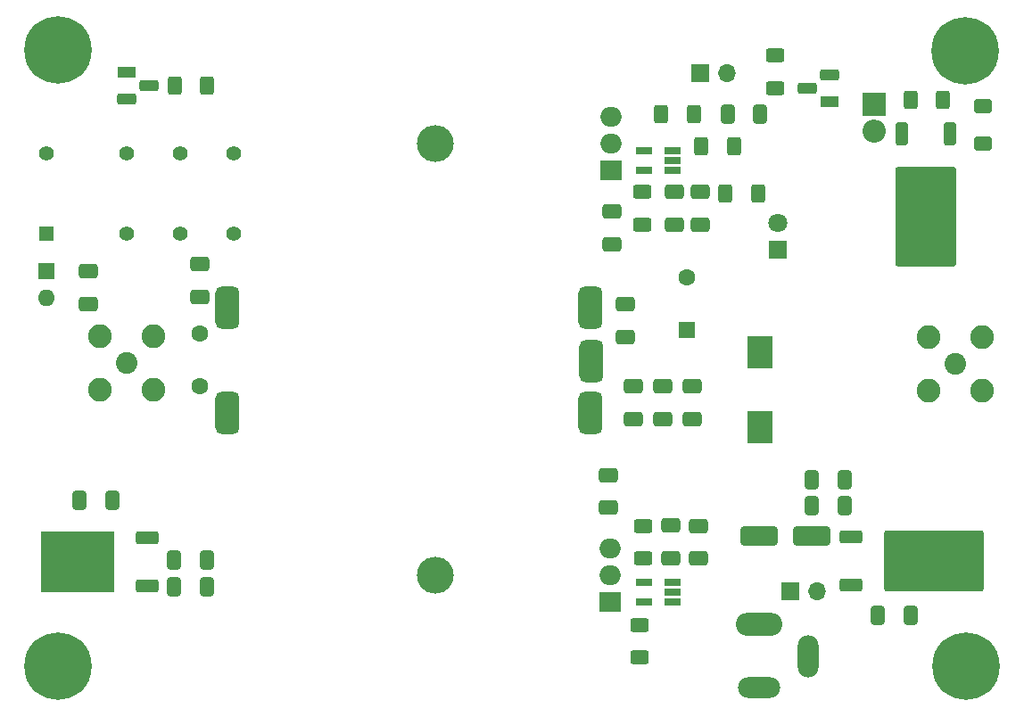
<source format=gbr>
%TF.GenerationSoftware,KiCad,Pcbnew,8.0.0~rc3-9622918c31~176~ubuntu22.04.1*%
%TF.CreationDate,2024-02-20T19:33:40+05:30*%
%TF.ProjectId,digital-amp,64696769-7461-46c2-9d61-6d702e6b6963,rev?*%
%TF.SameCoordinates,Original*%
%TF.FileFunction,Soldermask,Top*%
%TF.FilePolarity,Negative*%
%FSLAX46Y46*%
G04 Gerber Fmt 4.6, Leading zero omitted, Abs format (unit mm)*
G04 Created by KiCad (PCBNEW 8.0.0~rc3-9622918c31~176~ubuntu22.04.1) date 2024-02-20 19:33:40*
%MOMM*%
%LPD*%
G01*
G04 APERTURE LIST*
G04 Aperture macros list*
%AMRoundRect*
0 Rectangle with rounded corners*
0 $1 Rounding radius*
0 $2 $3 $4 $5 $6 $7 $8 $9 X,Y pos of 4 corners*
0 Add a 4 corners polygon primitive as box body*
4,1,4,$2,$3,$4,$5,$6,$7,$8,$9,$2,$3,0*
0 Add four circle primitives for the rounded corners*
1,1,$1+$1,$2,$3*
1,1,$1+$1,$4,$5*
1,1,$1+$1,$6,$7*
1,1,$1+$1,$8,$9*
0 Add four rect primitives between the rounded corners*
20,1,$1+$1,$2,$3,$4,$5,0*
20,1,$1+$1,$4,$5,$6,$7,0*
20,1,$1+$1,$6,$7,$8,$9,0*
20,1,$1+$1,$8,$9,$2,$3,0*%
G04 Aperture macros list end*
%ADD10RoundRect,0.571500X-0.571500X-1.428500X0.571500X-1.428500X0.571500X1.428500X-0.571500X1.428500X0*%
%ADD11R,1.600000X1.600000*%
%ADD12O,1.600000X1.600000*%
%ADD13R,1.400000X1.400000*%
%ADD14C,1.400000*%
%ADD15RoundRect,0.250000X0.625000X-0.400000X0.625000X0.400000X-0.625000X0.400000X-0.625000X-0.400000X0*%
%ADD16R,1.560000X0.650000*%
%ADD17RoundRect,0.250000X0.650000X-0.412500X0.650000X0.412500X-0.650000X0.412500X-0.650000X-0.412500X0*%
%ADD18RoundRect,0.250000X-0.650000X0.412500X-0.650000X-0.412500X0.650000X-0.412500X0.650000X0.412500X0*%
%ADD19C,0.800000*%
%ADD20C,6.400000*%
%ADD21RoundRect,0.250000X0.400000X0.625000X-0.400000X0.625000X-0.400000X-0.625000X0.400000X-0.625000X0*%
%ADD22RoundRect,0.250000X-0.400000X-0.625000X0.400000X-0.625000X0.400000X0.625000X-0.400000X0.625000X0*%
%ADD23RoundRect,0.250000X0.412500X0.650000X-0.412500X0.650000X-0.412500X-0.650000X0.412500X-0.650000X0*%
%ADD24RoundRect,0.250000X1.500000X0.650000X-1.500000X0.650000X-1.500000X-0.650000X1.500000X-0.650000X0*%
%ADD25RoundRect,0.250000X-0.412500X-0.650000X0.412500X-0.650000X0.412500X0.650000X-0.412500X0.650000X0*%
%ADD26C,2.050000*%
%ADD27C,2.250000*%
%ADD28R,1.800000X1.100000*%
%ADD29RoundRect,0.275000X0.625000X-0.275000X0.625000X0.275000X-0.625000X0.275000X-0.625000X-0.275000X0*%
%ADD30RoundRect,0.275000X-0.625000X0.275000X-0.625000X-0.275000X0.625000X-0.275000X0.625000X0.275000X0*%
%ADD31RoundRect,0.250000X0.850000X0.350000X-0.850000X0.350000X-0.850000X-0.350000X0.850000X-0.350000X0*%
%ADD32RoundRect,0.249997X3.260003X2.650003X-3.260003X2.650003X-3.260003X-2.650003X3.260003X-2.650003X0*%
%ADD33RoundRect,0.250000X-0.850000X-0.350000X0.850000X-0.350000X0.850000X0.350000X-0.850000X0.350000X0*%
%ADD34RoundRect,0.249135X-4.485865X-2.640865X4.485865X-2.640865X4.485865X2.640865X-4.485865X2.640865X0*%
%ADD35C,1.600000*%
%ADD36RoundRect,0.250000X0.600000X-0.400000X0.600000X0.400000X-0.600000X0.400000X-0.600000X-0.400000X0*%
%ADD37R,2.400000X3.080000*%
%ADD38R,2.200000X2.200000*%
%ADD39O,2.200000X2.200000*%
%ADD40O,3.500000X3.500000*%
%ADD41R,2.000000X1.905000*%
%ADD42O,2.000000X1.905000*%
%ADD43R,1.700000X1.700000*%
%ADD44O,1.700000X1.700000*%
%ADD45RoundRect,0.250000X-0.350000X0.850000X-0.350000X-0.850000X0.350000X-0.850000X0.350000X0.850000X0*%
%ADD46RoundRect,0.249135X-2.640865X4.485865X-2.640865X-4.485865X2.640865X-4.485865X2.640865X4.485865X0*%
%ADD47R,1.800000X1.800000*%
%ADD48C,1.800000*%
%ADD49O,4.400000X2.200000*%
%ADD50O,4.000000X2.000000*%
%ADD51O,2.000000X4.000000*%
G04 APERTURE END LIST*
D10*
%TO.C,T1*%
X22190000Y-18870000D03*
X22230000Y-23920000D03*
X22190000Y-28870000D03*
X-12310000Y-18870000D03*
X-12310000Y-28870000D03*
%TD*%
D11*
%TO.C,D2*%
X-29450000Y-15410000D03*
D12*
X-29450000Y-17950000D03*
%TD*%
D13*
%TO.C,K1*%
X-29460000Y-11860000D03*
D14*
X-21840000Y-11860000D03*
X-16760000Y-11860000D03*
X-11680000Y-11860000D03*
X-11680000Y-4240000D03*
X-16760000Y-4240000D03*
X-21840000Y-4240000D03*
X-29460000Y-4240000D03*
%TD*%
D15*
%TO.C,R1*%
X27128000Y-10936000D03*
X27128000Y-7836000D03*
%TD*%
D16*
%TO.C,U8*%
X29982500Y-5840000D03*
X29982500Y-4890000D03*
X29982500Y-3940000D03*
X27282500Y-3940000D03*
X27282500Y-5840000D03*
%TD*%
D17*
%TO.C,C1*%
X24200000Y-12800000D03*
X24200000Y-9675000D03*
%TD*%
D18*
%TO.C,C8*%
X23900000Y-34725000D03*
X23900000Y-37850000D03*
%TD*%
D19*
%TO.C,H1*%
X-30720000Y5580000D03*
X-30017056Y7277056D03*
X-30017056Y3882944D03*
X-28320000Y7980000D03*
D20*
X-28320000Y5580000D03*
D19*
X-28320000Y3180000D03*
X-26622944Y7277056D03*
X-26622944Y3882944D03*
X-25920000Y5580000D03*
%TD*%
D21*
%TO.C,R5*%
X38100000Y-8025000D03*
X35000000Y-8025000D03*
%TD*%
D16*
%TO.C,U7*%
X29997500Y-46810000D03*
X29997500Y-45860000D03*
X29997500Y-44910000D03*
X27297500Y-44910000D03*
X27297500Y-46810000D03*
%TD*%
D22*
%TO.C,R3*%
X52550000Y850000D03*
X55650000Y850000D03*
%TD*%
D23*
%TO.C,C5*%
X46312500Y-35200000D03*
X43187500Y-35200000D03*
%TD*%
%TO.C,C4*%
X46312500Y-37650000D03*
X43187500Y-37650000D03*
%TD*%
D24*
%TO.C,D1*%
X43197500Y-40550000D03*
X38197500Y-40550000D03*
%TD*%
D25*
%TO.C,C6*%
X-17312500Y-45320000D03*
X-14187500Y-45320000D03*
%TD*%
D26*
%TO.C,RF1*%
X-21850000Y-24110000D03*
D27*
X-19310000Y-26650000D03*
X-19310000Y-21570000D03*
X-24390000Y-26650000D03*
X-24390000Y-21570000D03*
%TD*%
D26*
%TO.C,IN1*%
X56820000Y-24200000D03*
D27*
X54280000Y-21660000D03*
X54280000Y-26740000D03*
X59360000Y-21660000D03*
X59360000Y-26740000D03*
%TD*%
D23*
%TO.C,C11*%
X-23212500Y-37125000D03*
X-26337500Y-37125000D03*
%TD*%
D21*
%TO.C,R7*%
X32000000Y-450000D03*
X28900000Y-450000D03*
%TD*%
D18*
%TO.C,B5*%
X-14880000Y-14707500D03*
X-14880000Y-17832500D03*
%TD*%
D25*
%TO.C,C9*%
X49437500Y-48060000D03*
X52562500Y-48060000D03*
%TD*%
D21*
%TO.C,R6*%
X-14180000Y2230000D03*
X-17280000Y2230000D03*
%TD*%
D28*
%TO.C,Q2*%
X44840000Y700000D03*
D29*
X42770000Y1970000D03*
X44840000Y3240000D03*
%TD*%
D28*
%TO.C,Q5*%
X-21830000Y3530000D03*
D30*
X-19760000Y2260000D03*
X-21830000Y990000D03*
%TD*%
D15*
%TO.C,R4*%
X39675000Y2000000D03*
X39675000Y5100000D03*
%TD*%
D25*
%TO.C,C2*%
X-17312500Y-42780000D03*
X-14187500Y-42780000D03*
%TD*%
D31*
%TO.C,U6*%
X-19890000Y-45240000D03*
D32*
X-26500000Y-42960000D03*
D31*
X-19890000Y-40680000D03*
%TD*%
D17*
%TO.C,C12*%
X32410000Y-42680000D03*
X32410000Y-39555000D03*
%TD*%
D19*
%TO.C,H4*%
X55427056Y-52887056D03*
X56130000Y-51190000D03*
X56130000Y-54584112D03*
X57827056Y-50487056D03*
D20*
X57827056Y-52887056D03*
D19*
X57827056Y-55287056D03*
X59524112Y-51190000D03*
X59524112Y-54584112D03*
X60227056Y-52887056D03*
%TD*%
%TO.C,H2*%
X55367056Y5567056D03*
X56070000Y7264112D03*
X56070000Y3870000D03*
X57767056Y7967056D03*
D20*
X57767056Y5567056D03*
D19*
X57767056Y3167056D03*
X59464112Y7264112D03*
X59464112Y3870000D03*
X60167056Y5567056D03*
%TD*%
D18*
%TO.C,C13*%
X32620000Y-7867500D03*
X32620000Y-10992500D03*
%TD*%
D17*
%TO.C,B4*%
X26250000Y-29425000D03*
X26250000Y-26300000D03*
%TD*%
%TO.C,C15*%
X25450000Y-21600000D03*
X25450000Y-18475000D03*
%TD*%
D33*
%TO.C,U2*%
X46935000Y-40615000D03*
D34*
X54770000Y-42905000D03*
D33*
X46935000Y-45175000D03*
%TD*%
D11*
%TO.C,C7*%
X31325000Y-21000000D03*
D35*
X31325000Y-16000000D03*
%TD*%
D19*
%TO.C,H3*%
X-30747056Y-52882944D03*
X-30044112Y-51185888D03*
X-30044112Y-54580000D03*
X-28347056Y-50482944D03*
D20*
X-28347056Y-52882944D03*
D19*
X-28347056Y-55282944D03*
X-26650000Y-51185888D03*
X-26650000Y-54580000D03*
X-25947056Y-52882944D03*
%TD*%
D36*
%TO.C,D3*%
X59402500Y-3252500D03*
X59402500Y247500D03*
%TD*%
D35*
%TO.C,C10*%
X-14910000Y-26340000D03*
X-14910000Y-21340000D03*
%TD*%
D37*
%TO.C,L1*%
X38250000Y-23110000D03*
X38250000Y-30190000D03*
%TD*%
D38*
%TO.C,D5*%
X49078234Y443234D03*
D39*
X49078234Y-2096766D03*
%TD*%
D18*
%TO.C,C16*%
X31850000Y-26300000D03*
X31850000Y-29425000D03*
%TD*%
%TO.C,B1*%
X29790000Y-39537500D03*
X29790000Y-42662500D03*
%TD*%
D40*
%TO.C,Q4*%
X7420000Y-44270000D03*
D41*
X24080000Y-46810000D03*
D42*
X24080000Y-44270000D03*
X24080000Y-41730000D03*
%TD*%
D43*
%TO.C,PTT1*%
X32625000Y3400000D03*
D44*
X35165000Y3400000D03*
%TD*%
D18*
%TO.C,C3*%
X-25470000Y-15387500D03*
X-25470000Y-18512500D03*
%TD*%
D45*
%TO.C,Q1*%
X56305000Y-2350000D03*
D46*
X54015000Y-10185000D03*
D45*
X51745000Y-2350000D03*
%TD*%
D17*
%TO.C,B3*%
X29050000Y-29400000D03*
X29050000Y-26275000D03*
%TD*%
D47*
%TO.C,D4*%
X39925000Y-13365000D03*
D48*
X39925000Y-10825000D03*
%TD*%
D15*
%TO.C,R2*%
X26874000Y-52058000D03*
X26874000Y-48958000D03*
%TD*%
D22*
%TO.C,R8*%
X32710000Y-3560000D03*
X35810000Y-3560000D03*
%TD*%
D40*
%TO.C,Q3*%
X7440000Y-3290000D03*
D41*
X24100000Y-5830000D03*
D42*
X24100000Y-3290000D03*
X24100000Y-750000D03*
%TD*%
D15*
%TO.C,R9*%
X27210000Y-42650000D03*
X27210000Y-39550000D03*
%TD*%
D43*
%TO.C,J1*%
X41175000Y-45735000D03*
D44*
X43715000Y-45735000D03*
%TD*%
D17*
%TO.C,B2*%
X30150000Y-10982500D03*
X30150000Y-7857500D03*
%TD*%
D25*
%TO.C,C14*%
X35187500Y-475000D03*
X38312500Y-475000D03*
%TD*%
D49*
%TO.C,Power1*%
X38180000Y-48940000D03*
D50*
X38180000Y-54940000D03*
D51*
X42880000Y-51940000D03*
%TD*%
M02*

</source>
